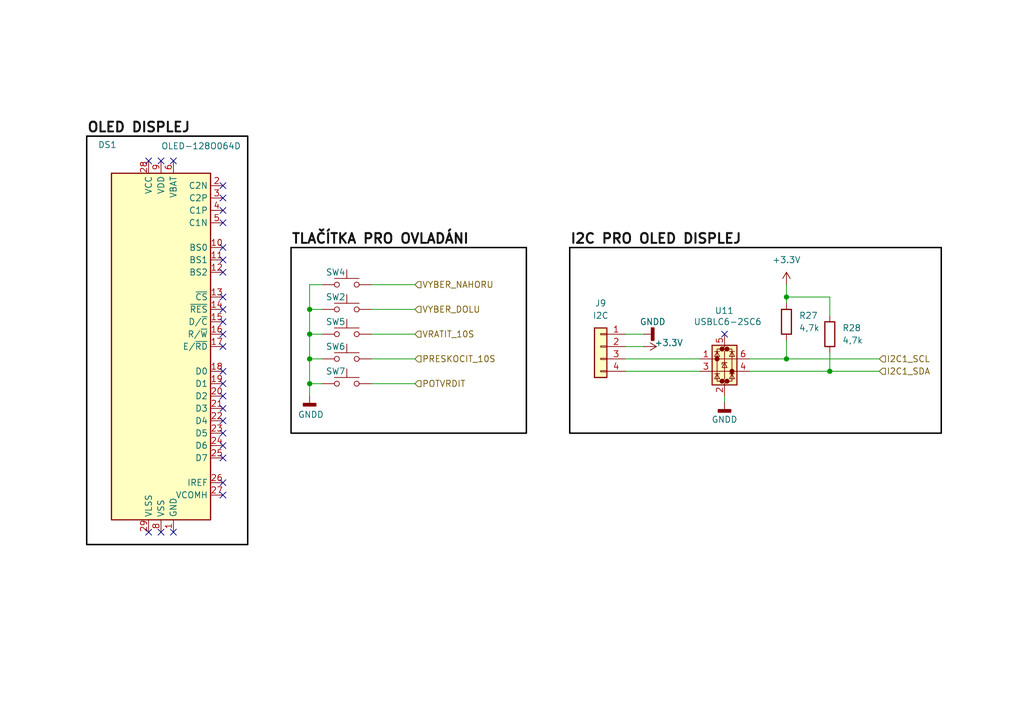
<source format=kicad_sch>
(kicad_sch
	(version 20250114)
	(generator "eeschema")
	(generator_version "9.0")
	(uuid "f7185de1-33d4-44de-8ad9-ef6855355da1")
	(paper "A5")
	(lib_symbols
		(symbol "Connector_Generic:Conn_01x04"
			(pin_names
				(offset 1.016)
				(hide yes)
			)
			(exclude_from_sim no)
			(in_bom yes)
			(on_board yes)
			(property "Reference" "J"
				(at 0 5.08 0)
				(effects
					(font
						(size 1.27 1.27)
					)
				)
			)
			(property "Value" "Conn_01x04"
				(at 0 -7.62 0)
				(effects
					(font
						(size 1.27 1.27)
					)
				)
			)
			(property "Footprint" ""
				(at 0 0 0)
				(effects
					(font
						(size 1.27 1.27)
					)
					(hide yes)
				)
			)
			(property "Datasheet" "~"
				(at 0 0 0)
				(effects
					(font
						(size 1.27 1.27)
					)
					(hide yes)
				)
			)
			(property "Description" "Generic connector, single row, 01x04, script generated (kicad-library-utils/schlib/autogen/connector/)"
				(at 0 0 0)
				(effects
					(font
						(size 1.27 1.27)
					)
					(hide yes)
				)
			)
			(property "ki_keywords" "connector"
				(at 0 0 0)
				(effects
					(font
						(size 1.27 1.27)
					)
					(hide yes)
				)
			)
			(property "ki_fp_filters" "Connector*:*_1x??_*"
				(at 0 0 0)
				(effects
					(font
						(size 1.27 1.27)
					)
					(hide yes)
				)
			)
			(symbol "Conn_01x04_1_1"
				(rectangle
					(start -1.27 3.81)
					(end 1.27 -6.35)
					(stroke
						(width 0.254)
						(type default)
					)
					(fill
						(type background)
					)
				)
				(rectangle
					(start -1.27 2.667)
					(end 0 2.413)
					(stroke
						(width 0.1524)
						(type default)
					)
					(fill
						(type none)
					)
				)
				(rectangle
					(start -1.27 0.127)
					(end 0 -0.127)
					(stroke
						(width 0.1524)
						(type default)
					)
					(fill
						(type none)
					)
				)
				(rectangle
					(start -1.27 -2.413)
					(end 0 -2.667)
					(stroke
						(width 0.1524)
						(type default)
					)
					(fill
						(type none)
					)
				)
				(rectangle
					(start -1.27 -4.953)
					(end 0 -5.207)
					(stroke
						(width 0.1524)
						(type default)
					)
					(fill
						(type none)
					)
				)
				(pin passive line
					(at -5.08 2.54 0)
					(length 3.81)
					(name "Pin_1"
						(effects
							(font
								(size 1.27 1.27)
							)
						)
					)
					(number "1"
						(effects
							(font
								(size 1.27 1.27)
							)
						)
					)
				)
				(pin passive line
					(at -5.08 0 0)
					(length 3.81)
					(name "Pin_2"
						(effects
							(font
								(size 1.27 1.27)
							)
						)
					)
					(number "2"
						(effects
							(font
								(size 1.27 1.27)
							)
						)
					)
				)
				(pin passive line
					(at -5.08 -2.54 0)
					(length 3.81)
					(name "Pin_3"
						(effects
							(font
								(size 1.27 1.27)
							)
						)
					)
					(number "3"
						(effects
							(font
								(size 1.27 1.27)
							)
						)
					)
				)
				(pin passive line
					(at -5.08 -5.08 0)
					(length 3.81)
					(name "Pin_4"
						(effects
							(font
								(size 1.27 1.27)
							)
						)
					)
					(number "4"
						(effects
							(font
								(size 1.27 1.27)
							)
						)
					)
				)
			)
			(embedded_fonts no)
		)
		(symbol "Device:R"
			(pin_numbers
				(hide yes)
			)
			(pin_names
				(offset 0)
			)
			(exclude_from_sim no)
			(in_bom yes)
			(on_board yes)
			(property "Reference" "R"
				(at 2.032 0 90)
				(effects
					(font
						(size 1.27 1.27)
					)
				)
			)
			(property "Value" "R"
				(at 0 0 90)
				(effects
					(font
						(size 1.27 1.27)
					)
				)
			)
			(property "Footprint" ""
				(at -1.778 0 90)
				(effects
					(font
						(size 1.27 1.27)
					)
					(hide yes)
				)
			)
			(property "Datasheet" "~"
				(at 0 0 0)
				(effects
					(font
						(size 1.27 1.27)
					)
					(hide yes)
				)
			)
			(property "Description" "Resistor"
				(at 0 0 0)
				(effects
					(font
						(size 1.27 1.27)
					)
					(hide yes)
				)
			)
			(property "ki_keywords" "R res resistor"
				(at 0 0 0)
				(effects
					(font
						(size 1.27 1.27)
					)
					(hide yes)
				)
			)
			(property "ki_fp_filters" "R_*"
				(at 0 0 0)
				(effects
					(font
						(size 1.27 1.27)
					)
					(hide yes)
				)
			)
			(symbol "R_0_1"
				(rectangle
					(start -1.016 -2.54)
					(end 1.016 2.54)
					(stroke
						(width 0.254)
						(type default)
					)
					(fill
						(type none)
					)
				)
			)
			(symbol "R_1_1"
				(pin passive line
					(at 0 3.81 270)
					(length 1.27)
					(name "~"
						(effects
							(font
								(size 1.27 1.27)
							)
						)
					)
					(number "1"
						(effects
							(font
								(size 1.27 1.27)
							)
						)
					)
				)
				(pin passive line
					(at 0 -3.81 90)
					(length 1.27)
					(name "~"
						(effects
							(font
								(size 1.27 1.27)
							)
						)
					)
					(number "2"
						(effects
							(font
								(size 1.27 1.27)
							)
						)
					)
				)
			)
			(embedded_fonts no)
		)
		(symbol "Display_Graphic:OLED-128O064D"
			(exclude_from_sim no)
			(in_bom yes)
			(on_board yes)
			(property "Reference" "DS"
				(at -10.16 38.1 0)
				(effects
					(font
						(size 1.27 1.27)
					)
				)
			)
			(property "Value" "OLED-128O064D"
				(at 12.7 38.1 0)
				(effects
					(font
						(size 1.27 1.27)
					)
				)
			)
			(property "Footprint" "Display:OLED-128O064D"
				(at 0 0 0)
				(effects
					(font
						(size 1.27 1.27)
					)
					(hide yes)
				)
			)
			(property "Datasheet" "https://www.vishay.com/docs/37902/oled128o064dbpp3n00000.pdf"
				(at 0 20.32 0)
				(effects
					(font
						(size 1.27 1.27)
					)
					(hide yes)
				)
			)
			(property "Description" "OLED display 128x64"
				(at 0 0 0)
				(effects
					(font
						(size 1.27 1.27)
					)
					(hide yes)
				)
			)
			(property "ki_keywords" "display oled"
				(at 0 0 0)
				(effects
					(font
						(size 1.27 1.27)
					)
					(hide yes)
				)
			)
			(property "ki_fp_filters" "OLED?128O064D*"
				(at 0 0 0)
				(effects
					(font
						(size 1.27 1.27)
					)
					(hide yes)
				)
			)
			(symbol "OLED-128O064D_0_1"
				(rectangle
					(start -10.16 35.56)
					(end 10.16 -35.56)
					(stroke
						(width 0.254)
						(type default)
					)
					(fill
						(type background)
					)
				)
			)
			(symbol "OLED-128O064D_1_1"
				(pin passive line
					(at -12.7 33.02 0)
					(length 2.54)
					(name "C2N"
						(effects
							(font
								(size 1.27 1.27)
							)
						)
					)
					(number "2"
						(effects
							(font
								(size 1.27 1.27)
							)
						)
					)
				)
				(pin passive line
					(at -12.7 30.48 0)
					(length 2.54)
					(name "C2P"
						(effects
							(font
								(size 1.27 1.27)
							)
						)
					)
					(number "3"
						(effects
							(font
								(size 1.27 1.27)
							)
						)
					)
				)
				(pin passive line
					(at -12.7 27.94 0)
					(length 2.54)
					(name "C1P"
						(effects
							(font
								(size 1.27 1.27)
							)
						)
					)
					(number "4"
						(effects
							(font
								(size 1.27 1.27)
							)
						)
					)
				)
				(pin passive line
					(at -12.7 25.4 0)
					(length 2.54)
					(name "C1N"
						(effects
							(font
								(size 1.27 1.27)
							)
						)
					)
					(number "5"
						(effects
							(font
								(size 1.27 1.27)
							)
						)
					)
				)
				(pin input line
					(at -12.7 20.32 0)
					(length 2.54)
					(name "BS0"
						(effects
							(font
								(size 1.27 1.27)
							)
						)
					)
					(number "10"
						(effects
							(font
								(size 1.27 1.27)
							)
						)
					)
				)
				(pin input line
					(at -12.7 17.78 0)
					(length 2.54)
					(name "BS1"
						(effects
							(font
								(size 1.27 1.27)
							)
						)
					)
					(number "11"
						(effects
							(font
								(size 1.27 1.27)
							)
						)
					)
				)
				(pin input line
					(at -12.7 15.24 0)
					(length 2.54)
					(name "BS2"
						(effects
							(font
								(size 1.27 1.27)
							)
						)
					)
					(number "12"
						(effects
							(font
								(size 1.27 1.27)
							)
						)
					)
				)
				(pin input line
					(at -12.7 10.16 0)
					(length 2.54)
					(name "~{CS}"
						(effects
							(font
								(size 1.27 1.27)
							)
						)
					)
					(number "13"
						(effects
							(font
								(size 1.27 1.27)
							)
						)
					)
				)
				(pin input line
					(at -12.7 7.62 0)
					(length 2.54)
					(name "~{RES}"
						(effects
							(font
								(size 1.27 1.27)
							)
						)
					)
					(number "14"
						(effects
							(font
								(size 1.27 1.27)
							)
						)
					)
				)
				(pin input line
					(at -12.7 5.08 0)
					(length 2.54)
					(name "D/~{C}"
						(effects
							(font
								(size 1.27 1.27)
							)
						)
					)
					(number "15"
						(effects
							(font
								(size 1.27 1.27)
							)
						)
					)
				)
				(pin input line
					(at -12.7 2.54 0)
					(length 2.54)
					(name "R/~{W}"
						(effects
							(font
								(size 1.27 1.27)
							)
						)
					)
					(number "16"
						(effects
							(font
								(size 1.27 1.27)
							)
						)
					)
				)
				(pin input line
					(at -12.7 0 0)
					(length 2.54)
					(name "E/~{RD}"
						(effects
							(font
								(size 1.27 1.27)
							)
						)
					)
					(number "17"
						(effects
							(font
								(size 1.27 1.27)
							)
						)
					)
				)
				(pin bidirectional line
					(at -12.7 -5.08 0)
					(length 2.54)
					(name "D0"
						(effects
							(font
								(size 1.27 1.27)
							)
						)
					)
					(number "18"
						(effects
							(font
								(size 1.27 1.27)
							)
						)
					)
				)
				(pin bidirectional line
					(at -12.7 -7.62 0)
					(length 2.54)
					(name "D1"
						(effects
							(font
								(size 1.27 1.27)
							)
						)
					)
					(number "19"
						(effects
							(font
								(size 1.27 1.27)
							)
						)
					)
				)
				(pin bidirectional line
					(at -12.7 -10.16 0)
					(length 2.54)
					(name "D2"
						(effects
							(font
								(size 1.27 1.27)
							)
						)
					)
					(number "20"
						(effects
							(font
								(size 1.27 1.27)
							)
						)
					)
				)
				(pin bidirectional line
					(at -12.7 -12.7 0)
					(length 2.54)
					(name "D3"
						(effects
							(font
								(size 1.27 1.27)
							)
						)
					)
					(number "21"
						(effects
							(font
								(size 1.27 1.27)
							)
						)
					)
				)
				(pin bidirectional line
					(at -12.7 -15.24 0)
					(length 2.54)
					(name "D4"
						(effects
							(font
								(size 1.27 1.27)
							)
						)
					)
					(number "22"
						(effects
							(font
								(size 1.27 1.27)
							)
						)
					)
				)
				(pin bidirectional line
					(at -12.7 -17.78 0)
					(length 2.54)
					(name "D5"
						(effects
							(font
								(size 1.27 1.27)
							)
						)
					)
					(number "23"
						(effects
							(font
								(size 1.27 1.27)
							)
						)
					)
				)
				(pin bidirectional line
					(at -12.7 -20.32 0)
					(length 2.54)
					(name "D6"
						(effects
							(font
								(size 1.27 1.27)
							)
						)
					)
					(number "24"
						(effects
							(font
								(size 1.27 1.27)
							)
						)
					)
				)
				(pin bidirectional line
					(at -12.7 -22.86 0)
					(length 2.54)
					(name "D7"
						(effects
							(font
								(size 1.27 1.27)
							)
						)
					)
					(number "25"
						(effects
							(font
								(size 1.27 1.27)
							)
						)
					)
				)
				(pin passive line
					(at -12.7 -27.94 0)
					(length 2.54)
					(name "IREF"
						(effects
							(font
								(size 1.27 1.27)
							)
						)
					)
					(number "26"
						(effects
							(font
								(size 1.27 1.27)
							)
						)
					)
				)
				(pin passive line
					(at -12.7 -30.48 0)
					(length 2.54)
					(name "VCOMH"
						(effects
							(font
								(size 1.27 1.27)
							)
						)
					)
					(number "27"
						(effects
							(font
								(size 1.27 1.27)
							)
						)
					)
				)
				(pin power_in line
					(at -2.54 38.1 270)
					(length 2.54)
					(name "VBAT"
						(effects
							(font
								(size 1.27 1.27)
							)
						)
					)
					(number "6"
						(effects
							(font
								(size 1.27 1.27)
							)
						)
					)
				)
				(pin power_in line
					(at -2.54 -38.1 90)
					(length 2.54)
					(name "GND"
						(effects
							(font
								(size 1.27 1.27)
							)
						)
					)
					(number "1"
						(effects
							(font
								(size 1.27 1.27)
							)
						)
					)
				)
				(pin passive line
					(at -2.54 -38.1 90)
					(length 2.54)
					(hide yes)
					(name "GND"
						(effects
							(font
								(size 1.27 1.27)
							)
						)
					)
					(number "30"
						(effects
							(font
								(size 1.27 1.27)
							)
						)
					)
				)
				(pin power_in line
					(at 0 38.1 270)
					(length 2.54)
					(name "VDD"
						(effects
							(font
								(size 1.27 1.27)
							)
						)
					)
					(number "9"
						(effects
							(font
								(size 1.27 1.27)
							)
						)
					)
				)
				(pin power_in line
					(at 0 -38.1 90)
					(length 2.54)
					(name "VSS"
						(effects
							(font
								(size 1.27 1.27)
							)
						)
					)
					(number "8"
						(effects
							(font
								(size 1.27 1.27)
							)
						)
					)
				)
				(pin power_in line
					(at 2.54 38.1 270)
					(length 2.54)
					(name "VCC"
						(effects
							(font
								(size 1.27 1.27)
							)
						)
					)
					(number "28"
						(effects
							(font
								(size 1.27 1.27)
							)
						)
					)
				)
				(pin power_in line
					(at 2.54 -38.1 90)
					(length 2.54)
					(name "VLSS"
						(effects
							(font
								(size 1.27 1.27)
							)
						)
					)
					(number "29"
						(effects
							(font
								(size 1.27 1.27)
							)
						)
					)
				)
				(pin no_connect line
					(at 10.16 0 180)
					(length 2.54)
					(hide yes)
					(name "NC"
						(effects
							(font
								(size 1.27 1.27)
							)
						)
					)
					(number "7"
						(effects
							(font
								(size 1.27 1.27)
							)
						)
					)
				)
			)
			(embedded_fonts no)
		)
		(symbol "Power_Protection:USBLC6-2SC6"
			(pin_names
				(hide yes)
			)
			(exclude_from_sim no)
			(in_bom yes)
			(on_board yes)
			(property "Reference" "U"
				(at 0.635 5.715 0)
				(effects
					(font
						(size 1.27 1.27)
					)
					(justify left)
				)
			)
			(property "Value" "USBLC6-2SC6"
				(at 0.635 3.81 0)
				(effects
					(font
						(size 1.27 1.27)
					)
					(justify left)
				)
			)
			(property "Footprint" "Package_TO_SOT_SMD:SOT-23-6"
				(at 1.27 -6.35 0)
				(effects
					(font
						(size 1.27 1.27)
						(italic yes)
					)
					(justify left)
					(hide yes)
				)
			)
			(property "Datasheet" "https://www.st.com/resource/en/datasheet/usblc6-2.pdf"
				(at 1.27 -8.255 0)
				(effects
					(font
						(size 1.27 1.27)
					)
					(justify left)
					(hide yes)
				)
			)
			(property "Description" "Very low capacitance ESD protection diode, 2 data-line, SOT-23-6"
				(at 0 0 0)
				(effects
					(font
						(size 1.27 1.27)
					)
					(hide yes)
				)
			)
			(property "ki_keywords" "usb ethernet video"
				(at 0 0 0)
				(effects
					(font
						(size 1.27 1.27)
					)
					(hide yes)
				)
			)
			(property "ki_fp_filters" "SOT?23*"
				(at 0 0 0)
				(effects
					(font
						(size 1.27 1.27)
					)
					(hide yes)
				)
			)
			(symbol "USBLC6-2SC6_0_0"
				(circle
					(center -1.524 0)
					(radius 0.0001)
					(stroke
						(width 0.508)
						(type default)
					)
					(fill
						(type none)
					)
				)
				(circle
					(center -0.508 2.032)
					(radius 0.0001)
					(stroke
						(width 0.508)
						(type default)
					)
					(fill
						(type none)
					)
				)
				(circle
					(center -0.508 -4.572)
					(radius 0.0001)
					(stroke
						(width 0.508)
						(type default)
					)
					(fill
						(type none)
					)
				)
				(circle
					(center 0.508 2.032)
					(radius 0.0001)
					(stroke
						(width 0.508)
						(type default)
					)
					(fill
						(type none)
					)
				)
				(circle
					(center 0.508 -4.572)
					(radius 0.0001)
					(stroke
						(width 0.508)
						(type default)
					)
					(fill
						(type none)
					)
				)
				(circle
					(center 1.524 -2.54)
					(radius 0.0001)
					(stroke
						(width 0.508)
						(type default)
					)
					(fill
						(type none)
					)
				)
			)
			(symbol "USBLC6-2SC6_0_1"
				(polyline
					(pts
						(xy -2.54 0) (xy 2.54 0)
					)
					(stroke
						(width 0)
						(type default)
					)
					(fill
						(type none)
					)
				)
				(polyline
					(pts
						(xy -2.54 -2.54) (xy 2.54 -2.54)
					)
					(stroke
						(width 0)
						(type default)
					)
					(fill
						(type none)
					)
				)
				(polyline
					(pts
						(xy -2.032 0.508) (xy -1.016 0.508) (xy -1.524 1.524) (xy -2.032 0.508)
					)
					(stroke
						(width 0)
						(type default)
					)
					(fill
						(type none)
					)
				)
				(polyline
					(pts
						(xy -2.032 -3.048) (xy -1.016 -3.048)
					)
					(stroke
						(width 0)
						(type default)
					)
					(fill
						(type none)
					)
				)
				(polyline
					(pts
						(xy -1.016 1.524) (xy -2.032 1.524)
					)
					(stroke
						(width 0)
						(type default)
					)
					(fill
						(type none)
					)
				)
				(polyline
					(pts
						(xy -1.016 -4.064) (xy -2.032 -4.064) (xy -1.524 -3.048) (xy -1.016 -4.064)
					)
					(stroke
						(width 0)
						(type default)
					)
					(fill
						(type none)
					)
				)
				(polyline
					(pts
						(xy -0.508 -1.143) (xy -0.508 -0.762) (xy 0.508 -0.762)
					)
					(stroke
						(width 0)
						(type default)
					)
					(fill
						(type none)
					)
				)
				(polyline
					(pts
						(xy 0 2.54) (xy -0.508 2.032) (xy 0.508 2.032) (xy 0 1.524) (xy 0 -4.064) (xy -0.508 -4.572) (xy 0.508 -4.572)
						(xy 0 -5.08)
					)
					(stroke
						(width 0)
						(type default)
					)
					(fill
						(type none)
					)
				)
				(polyline
					(pts
						(xy 0.508 -1.778) (xy -0.508 -1.778) (xy 0 -0.762) (xy 0.508 -1.778)
					)
					(stroke
						(width 0)
						(type default)
					)
					(fill
						(type none)
					)
				)
				(polyline
					(pts
						(xy 1.016 1.524) (xy 2.032 1.524)
					)
					(stroke
						(width 0)
						(type default)
					)
					(fill
						(type none)
					)
				)
				(polyline
					(pts
						(xy 1.016 -3.048) (xy 2.032 -3.048)
					)
					(stroke
						(width 0)
						(type default)
					)
					(fill
						(type none)
					)
				)
				(polyline
					(pts
						(xy 2.032 0.508) (xy 1.016 0.508) (xy 1.524 1.524) (xy 2.032 0.508)
					)
					(stroke
						(width 0)
						(type default)
					)
					(fill
						(type none)
					)
				)
				(polyline
					(pts
						(xy 2.032 -4.064) (xy 1.016 -4.064) (xy 1.524 -3.048) (xy 2.032 -4.064)
					)
					(stroke
						(width 0)
						(type default)
					)
					(fill
						(type none)
					)
				)
			)
			(symbol "USBLC6-2SC6_1_1"
				(rectangle
					(start -2.54 2.794)
					(end 2.54 -5.334)
					(stroke
						(width 0.254)
						(type default)
					)
					(fill
						(type background)
					)
				)
				(polyline
					(pts
						(xy -0.508 2.032) (xy -1.524 2.032) (xy -1.524 -4.572) (xy -0.508 -4.572)
					)
					(stroke
						(width 0)
						(type default)
					)
					(fill
						(type none)
					)
				)
				(polyline
					(pts
						(xy 0.508 -4.572) (xy 1.524 -4.572) (xy 1.524 2.032) (xy 0.508 2.032)
					)
					(stroke
						(width 0)
						(type default)
					)
					(fill
						(type none)
					)
				)
				(pin passive line
					(at -5.08 0 0)
					(length 2.54)
					(name "I/O1"
						(effects
							(font
								(size 1.27 1.27)
							)
						)
					)
					(number "1"
						(effects
							(font
								(size 1.27 1.27)
							)
						)
					)
				)
				(pin passive line
					(at -5.08 -2.54 0)
					(length 2.54)
					(name "I/O2"
						(effects
							(font
								(size 1.27 1.27)
							)
						)
					)
					(number "3"
						(effects
							(font
								(size 1.27 1.27)
							)
						)
					)
				)
				(pin passive line
					(at 0 5.08 270)
					(length 2.54)
					(name "VBUS"
						(effects
							(font
								(size 1.27 1.27)
							)
						)
					)
					(number "5"
						(effects
							(font
								(size 1.27 1.27)
							)
						)
					)
				)
				(pin passive line
					(at 0 -7.62 90)
					(length 2.54)
					(name "GND"
						(effects
							(font
								(size 1.27 1.27)
							)
						)
					)
					(number "2"
						(effects
							(font
								(size 1.27 1.27)
							)
						)
					)
				)
				(pin passive line
					(at 5.08 0 180)
					(length 2.54)
					(name "I/O1"
						(effects
							(font
								(size 1.27 1.27)
							)
						)
					)
					(number "6"
						(effects
							(font
								(size 1.27 1.27)
							)
						)
					)
				)
				(pin passive line
					(at 5.08 -2.54 180)
					(length 2.54)
					(name "I/O2"
						(effects
							(font
								(size 1.27 1.27)
							)
						)
					)
					(number "4"
						(effects
							(font
								(size 1.27 1.27)
							)
						)
					)
				)
			)
			(embedded_fonts no)
		)
		(symbol "Switch:SW_Omron_B3FS"
			(pin_numbers
				(hide yes)
			)
			(pin_names
				(offset 1.016)
				(hide yes)
			)
			(exclude_from_sim no)
			(in_bom yes)
			(on_board yes)
			(property "Reference" "SW"
				(at 1.27 2.54 0)
				(effects
					(font
						(size 1.27 1.27)
					)
					(justify left)
				)
			)
			(property "Value" "SW_Omron_B3FS"
				(at 0 -1.524 0)
				(effects
					(font
						(size 1.27 1.27)
					)
				)
			)
			(property "Footprint" ""
				(at 0 5.08 0)
				(effects
					(font
						(size 1.27 1.27)
					)
					(hide yes)
				)
			)
			(property "Datasheet" "https://omronfs.omron.com/en_US/ecb/products/pdf/en-b3fs.pdf"
				(at 0 5.08 0)
				(effects
					(font
						(size 1.27 1.27)
					)
					(hide yes)
				)
			)
			(property "Description" "Omron B3FS 6x6mm single pole normally-open tactile switch"
				(at 0 0 0)
				(effects
					(font
						(size 1.27 1.27)
					)
					(hide yes)
				)
			)
			(property "ki_keywords" "switch normally-open pushbutton push-button"
				(at 0 0 0)
				(effects
					(font
						(size 1.27 1.27)
					)
					(hide yes)
				)
			)
			(property "ki_fp_filters" "SW*Omron*B3FS*"
				(at 0 0 0)
				(effects
					(font
						(size 1.27 1.27)
					)
					(hide yes)
				)
			)
			(symbol "SW_Omron_B3FS_0_1"
				(circle
					(center -2.032 0)
					(radius 0.508)
					(stroke
						(width 0)
						(type default)
					)
					(fill
						(type none)
					)
				)
				(polyline
					(pts
						(xy 0 1.27) (xy 0 3.048)
					)
					(stroke
						(width 0)
						(type default)
					)
					(fill
						(type none)
					)
				)
				(circle
					(center 2.032 0)
					(radius 0.508)
					(stroke
						(width 0)
						(type default)
					)
					(fill
						(type none)
					)
				)
				(polyline
					(pts
						(xy 2.54 1.27) (xy -2.54 1.27)
					)
					(stroke
						(width 0)
						(type default)
					)
					(fill
						(type none)
					)
				)
				(pin passive line
					(at -5.08 0 0)
					(length 2.54)
					(name "1"
						(effects
							(font
								(size 1.27 1.27)
							)
						)
					)
					(number "1"
						(effects
							(font
								(size 1.27 1.27)
							)
						)
					)
				)
				(pin passive line
					(at 5.08 0 180)
					(length 2.54)
					(name "2"
						(effects
							(font
								(size 1.27 1.27)
							)
						)
					)
					(number "2"
						(effects
							(font
								(size 1.27 1.27)
							)
						)
					)
				)
			)
			(embedded_fonts no)
		)
		(symbol "power:+3.3V"
			(power)
			(pin_numbers
				(hide yes)
			)
			(pin_names
				(offset 0)
				(hide yes)
			)
			(exclude_from_sim no)
			(in_bom yes)
			(on_board yes)
			(property "Reference" "#PWR"
				(at 0 -3.81 0)
				(effects
					(font
						(size 1.27 1.27)
					)
					(hide yes)
				)
			)
			(property "Value" "+3.3V"
				(at 0 3.556 0)
				(effects
					(font
						(size 1.27 1.27)
					)
				)
			)
			(property "Footprint" ""
				(at 0 0 0)
				(effects
					(font
						(size 1.27 1.27)
					)
					(hide yes)
				)
			)
			(property "Datasheet" ""
				(at 0 0 0)
				(effects
					(font
						(size 1.27 1.27)
					)
					(hide yes)
				)
			)
			(property "Description" "Power symbol creates a global label with name \"+3.3V\""
				(at 0 0 0)
				(effects
					(font
						(size 1.27 1.27)
					)
					(hide yes)
				)
			)
			(property "ki_keywords" "global power"
				(at 0 0 0)
				(effects
					(font
						(size 1.27 1.27)
					)
					(hide yes)
				)
			)
			(symbol "+3.3V_0_1"
				(polyline
					(pts
						(xy -0.762 1.27) (xy 0 2.54)
					)
					(stroke
						(width 0)
						(type default)
					)
					(fill
						(type none)
					)
				)
				(polyline
					(pts
						(xy 0 2.54) (xy 0.762 1.27)
					)
					(stroke
						(width 0)
						(type default)
					)
					(fill
						(type none)
					)
				)
				(polyline
					(pts
						(xy 0 0) (xy 0 2.54)
					)
					(stroke
						(width 0)
						(type default)
					)
					(fill
						(type none)
					)
				)
			)
			(symbol "+3.3V_1_1"
				(pin power_in line
					(at 0 0 90)
					(length 0)
					(name "~"
						(effects
							(font
								(size 1.27 1.27)
							)
						)
					)
					(number "1"
						(effects
							(font
								(size 1.27 1.27)
							)
						)
					)
				)
			)
			(embedded_fonts no)
		)
		(symbol "power:GNDD"
			(power)
			(pin_numbers
				(hide yes)
			)
			(pin_names
				(offset 0)
				(hide yes)
			)
			(exclude_from_sim no)
			(in_bom yes)
			(on_board yes)
			(property "Reference" "#PWR"
				(at 0 -6.35 0)
				(effects
					(font
						(size 1.27 1.27)
					)
					(hide yes)
				)
			)
			(property "Value" "GNDD"
				(at 0 -3.175 0)
				(effects
					(font
						(size 1.27 1.27)
					)
				)
			)
			(property "Footprint" ""
				(at 0 0 0)
				(effects
					(font
						(size 1.27 1.27)
					)
					(hide yes)
				)
			)
			(property "Datasheet" ""
				(at 0 0 0)
				(effects
					(font
						(size 1.27 1.27)
					)
					(hide yes)
				)
			)
			(property "Description" "Power symbol creates a global label with name \"GNDD\" , digital ground"
				(at 0 0 0)
				(effects
					(font
						(size 1.27 1.27)
					)
					(hide yes)
				)
			)
			(property "ki_keywords" "global power"
				(at 0 0 0)
				(effects
					(font
						(size 1.27 1.27)
					)
					(hide yes)
				)
			)
			(symbol "GNDD_0_1"
				(rectangle
					(start -1.27 -1.524)
					(end 1.27 -2.032)
					(stroke
						(width 0.254)
						(type default)
					)
					(fill
						(type outline)
					)
				)
				(polyline
					(pts
						(xy 0 0) (xy 0 -1.524)
					)
					(stroke
						(width 0)
						(type default)
					)
					(fill
						(type none)
					)
				)
			)
			(symbol "GNDD_1_1"
				(pin power_in line
					(at 0 0 270)
					(length 0)
					(name "~"
						(effects
							(font
								(size 1.27 1.27)
							)
						)
					)
					(number "1"
						(effects
							(font
								(size 1.27 1.27)
							)
						)
					)
				)
			)
			(embedded_fonts no)
		)
	)
	(junction
		(at 63.5 78.74)
		(diameter 0)
		(color 0 0 0 0)
		(uuid "1e0bff0e-e3bc-4066-80df-97bc868904da")
	)
	(junction
		(at 63.5 63.5)
		(diameter 0)
		(color 0 0 0 0)
		(uuid "62eb4294-3e29-4483-b80b-c691ee233862")
	)
	(junction
		(at 63.5 68.58)
		(diameter 0)
		(color 0 0 0 0)
		(uuid "9c5365d4-3234-42cb-a2bf-03bc853305d8")
	)
	(junction
		(at 161.29 73.66)
		(diameter 0)
		(color 0 0 0 0)
		(uuid "a2fad6aa-529e-44b9-ab3a-fd2800e0c252")
	)
	(junction
		(at 63.5 73.66)
		(diameter 0)
		(color 0 0 0 0)
		(uuid "af2ca5d3-b502-4f5c-b9e0-bae1bf5efb2a")
	)
	(junction
		(at 161.29 60.96)
		(diameter 0)
		(color 0 0 0 0)
		(uuid "b3ef060f-9451-4392-9f49-e05b1aa382b3")
	)
	(junction
		(at 170.18 76.2)
		(diameter 0)
		(color 0 0 0 0)
		(uuid "e018bf07-2060-439d-b6f9-7177bd60433b")
	)
	(no_connect
		(at 45.72 91.44)
		(uuid "037e5863-a62b-49a1-bfe4-8a0cc9b246b0")
	)
	(no_connect
		(at 45.72 101.6)
		(uuid "090c2b4a-4545-4d60-a6fc-12504270d746")
	)
	(no_connect
		(at 35.56 109.22)
		(uuid "0b6dc046-3395-4327-908e-e8864eaa2c15")
	)
	(no_connect
		(at 45.72 53.34)
		(uuid "1067bf39-b98c-479d-9797-25b5c3d4ce06")
	)
	(no_connect
		(at 45.72 99.06)
		(uuid "1c24e687-d1f7-4b46-a481-11af0bb328cb")
	)
	(no_connect
		(at 45.72 86.36)
		(uuid "20026661-689c-42d0-9d56-d389ccfcdb53")
	)
	(no_connect
		(at 45.72 88.9)
		(uuid "30854199-0077-45a8-873c-e854285201f8")
	)
	(no_connect
		(at 35.56 33.02)
		(uuid "3215f2f4-b317-4290-8f98-1afa33cbe24b")
	)
	(no_connect
		(at 45.72 81.28)
		(uuid "3339885d-35e8-4db4-8e54-9e9443b4632b")
	)
	(no_connect
		(at 33.02 33.02)
		(uuid "45779b19-2129-49e9-8952-37838d3ab1b4")
	)
	(no_connect
		(at 45.72 40.64)
		(uuid "51f3dda1-0336-443e-b103-fa0d036c2270")
	)
	(no_connect
		(at 45.72 71.12)
		(uuid "567ed83f-b344-4654-b86b-26578b1a8ae4")
	)
	(no_connect
		(at 45.72 38.1)
		(uuid "6ad3e3b0-a2e5-431f-9e8e-1ef4e7f98f9c")
	)
	(no_connect
		(at 45.72 60.96)
		(uuid "7c58634a-7fac-4977-9a25-5d2238e32253")
	)
	(no_connect
		(at 45.72 66.04)
		(uuid "93b004eb-33f2-491c-b53f-10f1c97b81fa")
	)
	(no_connect
		(at 45.72 93.98)
		(uuid "95531f60-a5ce-4cd3-8dd0-1de22fd1ae3b")
	)
	(no_connect
		(at 45.72 43.18)
		(uuid "9a6f20d1-46a3-4b3b-b9b7-e324a148f061")
	)
	(no_connect
		(at 45.72 76.2)
		(uuid "a03a5d72-f8e0-4de2-b4a0-62f7e7679736")
	)
	(no_connect
		(at 148.59 68.58)
		(uuid "ad5ad634-787f-4b69-87e3-93c65609f804")
	)
	(no_connect
		(at 45.72 68.58)
		(uuid "bd0477fd-77a8-4942-8fb8-58395eec13ad")
	)
	(no_connect
		(at 45.72 78.74)
		(uuid "bf32d367-b37f-491c-8e60-6ec58043c253")
	)
	(no_connect
		(at 33.02 109.22)
		(uuid "cd2539c3-aded-4dd2-829a-0941b34447ec")
	)
	(no_connect
		(at 30.48 33.02)
		(uuid "d384171a-1748-4cd0-8cf2-f5755376d6c9")
	)
	(no_connect
		(at 45.72 55.88)
		(uuid "d756cb8d-34d9-478c-8081-ca3d31b082fe")
	)
	(no_connect
		(at 30.48 109.22)
		(uuid "d821ee7c-60d3-4e1e-a9fa-f5d1f1e32328")
	)
	(no_connect
		(at 45.72 63.5)
		(uuid "dc352a2a-d88d-45cc-958d-77dbf54c9ae9")
	)
	(no_connect
		(at 45.72 50.8)
		(uuid "e6848ce1-bf23-47a0-993f-288b8c443e01")
	)
	(no_connect
		(at 45.72 45.72)
		(uuid "ed7d46ef-471f-4005-99bc-5588cb41b26d")
	)
	(no_connect
		(at 45.72 83.82)
		(uuid "f448ae58-1872-41ae-8d08-d91e022dd14c")
	)
	(wire
		(pts
			(xy 76.2 58.42) (xy 85.09 58.42)
		)
		(stroke
			(width 0)
			(type default)
		)
		(uuid "04befbe5-e17d-48c9-bac4-8fb01e35a66c")
	)
	(wire
		(pts
			(xy 148.59 81.28) (xy 148.59 82.55)
		)
		(stroke
			(width 0)
			(type default)
		)
		(uuid "1f3b16a2-27f7-41fb-be79-644e49b7736f")
	)
	(wire
		(pts
			(xy 170.18 72.39) (xy 170.18 76.2)
		)
		(stroke
			(width 0)
			(type default)
		)
		(uuid "27e38d81-79a7-4655-9598-c5d3bab876a7")
	)
	(wire
		(pts
			(xy 170.18 76.2) (xy 180.34 76.2)
		)
		(stroke
			(width 0)
			(type default)
		)
		(uuid "525410a4-a110-4770-8362-0b1cceb5bc1b")
	)
	(wire
		(pts
			(xy 63.5 78.74) (xy 66.04 78.74)
		)
		(stroke
			(width 0)
			(type default)
		)
		(uuid "58cb7a79-0dcc-47b6-a98d-c9790b169a9c")
	)
	(wire
		(pts
			(xy 76.2 73.66) (xy 85.09 73.66)
		)
		(stroke
			(width 0)
			(type default)
		)
		(uuid "59df5289-d540-4436-9103-5c06eca2b96e")
	)
	(wire
		(pts
			(xy 76.2 63.5) (xy 85.09 63.5)
		)
		(stroke
			(width 0)
			(type default)
		)
		(uuid "5aa738bf-5d13-4a55-99ce-e0a63bb62f68")
	)
	(wire
		(pts
			(xy 161.29 69.85) (xy 161.29 73.66)
		)
		(stroke
			(width 0)
			(type default)
		)
		(uuid "65a2a79f-0469-4a4e-84c5-65f7da75be70")
	)
	(wire
		(pts
			(xy 63.5 68.58) (xy 63.5 73.66)
		)
		(stroke
			(width 0)
			(type default)
		)
		(uuid "65d7191d-36c3-41a4-b1eb-eb056c0289c9")
	)
	(wire
		(pts
			(xy 63.5 63.5) (xy 66.04 63.5)
		)
		(stroke
			(width 0)
			(type default)
		)
		(uuid "7b6085ab-f11a-4d5f-bc7c-bd029f30b8ef")
	)
	(wire
		(pts
			(xy 128.27 68.58) (xy 132.08 68.58)
		)
		(stroke
			(width 0)
			(type default)
		)
		(uuid "7f0b1f60-c0a2-474d-912f-d28ecd8622d6")
	)
	(wire
		(pts
			(xy 161.29 58.42) (xy 161.29 60.96)
		)
		(stroke
			(width 0)
			(type default)
		)
		(uuid "81b05f41-72c5-4e39-b28a-ba9aa637f342")
	)
	(wire
		(pts
			(xy 63.5 63.5) (xy 63.5 68.58)
		)
		(stroke
			(width 0)
			(type default)
		)
		(uuid "8cbcf8a4-d0c9-4198-bcdb-8240874a08d6")
	)
	(wire
		(pts
			(xy 128.27 71.12) (xy 132.08 71.12)
		)
		(stroke
			(width 0)
			(type default)
		)
		(uuid "8e2255d8-03b0-42bb-811c-3579a27856b8")
	)
	(wire
		(pts
			(xy 161.29 60.96) (xy 170.18 60.96)
		)
		(stroke
			(width 0)
			(type default)
		)
		(uuid "9048a86b-358e-436c-a4f9-cc2bae7493c7")
	)
	(wire
		(pts
			(xy 153.67 73.66) (xy 161.29 73.66)
		)
		(stroke
			(width 0)
			(type default)
		)
		(uuid "907c113e-7aa6-459e-9a64-37bf4e527ca0")
	)
	(wire
		(pts
			(xy 161.29 73.66) (xy 180.34 73.66)
		)
		(stroke
			(width 0)
			(type default)
		)
		(uuid "90a1b3a1-6b02-4694-9987-8e25c6c0a276")
	)
	(wire
		(pts
			(xy 170.18 60.96) (xy 170.18 64.77)
		)
		(stroke
			(width 0)
			(type default)
		)
		(uuid "9442f04c-955e-40ca-a72c-fb4f291fcfd1")
	)
	(wire
		(pts
			(xy 161.29 60.96) (xy 161.29 62.23)
		)
		(stroke
			(width 0)
			(type default)
		)
		(uuid "ae3012ad-2490-4935-aff2-f9e564448651")
	)
	(wire
		(pts
			(xy 63.5 73.66) (xy 63.5 78.74)
		)
		(stroke
			(width 0)
			(type default)
		)
		(uuid "b996195d-8777-42c8-a999-37a652a9a41d")
	)
	(wire
		(pts
			(xy 63.5 58.42) (xy 63.5 63.5)
		)
		(stroke
			(width 0)
			(type default)
		)
		(uuid "c11d8d98-f450-4aa5-be97-7d4ab24d9dee")
	)
	(wire
		(pts
			(xy 63.5 78.74) (xy 63.5 81.28)
		)
		(stroke
			(width 0)
			(type default)
		)
		(uuid "c3f21ee5-50f8-4f71-9ca5-8e984b05c42a")
	)
	(wire
		(pts
			(xy 128.27 73.66) (xy 143.51 73.66)
		)
		(stroke
			(width 0)
			(type default)
		)
		(uuid "c8d2e3d0-26af-4cab-907f-c9987af67970")
	)
	(wire
		(pts
			(xy 63.5 58.42) (xy 66.04 58.42)
		)
		(stroke
			(width 0)
			(type default)
		)
		(uuid "ce499203-9d20-4316-af7a-6420ca24a62a")
	)
	(wire
		(pts
			(xy 63.5 68.58) (xy 66.04 68.58)
		)
		(stroke
			(width 0)
			(type default)
		)
		(uuid "d1cfe096-3714-4c48-bdd7-748f8225efba")
	)
	(wire
		(pts
			(xy 63.5 73.66) (xy 66.04 73.66)
		)
		(stroke
			(width 0)
			(type default)
		)
		(uuid "ddd08bec-01d9-492d-af47-bba9ed943beb")
	)
	(wire
		(pts
			(xy 128.27 76.2) (xy 143.51 76.2)
		)
		(stroke
			(width 0)
			(type default)
		)
		(uuid "e442587e-ac99-42cf-bc1e-c0eee5bd8ea1")
	)
	(wire
		(pts
			(xy 76.2 78.74) (xy 85.09 78.74)
		)
		(stroke
			(width 0)
			(type default)
		)
		(uuid "e8b2b133-3052-45b6-aa9c-49d77642c0d0")
	)
	(wire
		(pts
			(xy 153.67 76.2) (xy 170.18 76.2)
		)
		(stroke
			(width 0)
			(type default)
		)
		(uuid "e8fcc75d-876c-482c-a90e-ffeea9a19648")
	)
	(wire
		(pts
			(xy 76.2 68.58) (xy 85.09 68.58)
		)
		(stroke
			(width 0)
			(type default)
		)
		(uuid "ec2e0f81-b785-43af-a61b-33e920c0524d")
	)
	(label "OLED DISPLEJ"
		(at 17.78 27.94 0)
		(effects
			(font
				(size 2 2)
				(thickness 0.4)
				(bold yes)
			)
			(justify left bottom)
		)
		(uuid "80818620-d07e-4e27-abf0-ec47c0c803e6")
	)
	(label "TLAČÍTKA PRO OVLADÁNI"
		(at 59.69 50.8 0)
		(effects
			(font
				(size 2 2)
				(thickness 0.4)
				(bold yes)
			)
			(justify left bottom)
		)
		(uuid "da14a26a-1afc-47f5-89c4-a968a5f4512e")
	)
	(label "I2C PRO OLED DISPLEJ"
		(at 116.84 50.8 0)
		(effects
			(font
				(size 2 2)
				(thickness 0.4)
				(bold yes)
			)
			(justify left bottom)
		)
		(uuid "fd1c48c8-84fe-4c19-81f4-4fdf8a140aac")
	)
	(hierarchical_label "VRATIT_10S"
		(shape input)
		(at 85.09 68.58 0)
		(effects
			(font
				(size 1.27 1.27)
			)
			(justify left)
		)
		(uuid "710c8a1b-ac76-408b-bc0f-ffc60a14349e")
	)
	(hierarchical_label "POTVRDIT"
		(shape input)
		(at 85.09 78.74 0)
		(effects
			(font
				(size 1.27 1.27)
			)
			(justify left)
		)
		(uuid "718ad8ff-f547-4c42-993a-1f0b10cffea5")
	)
	(hierarchical_label "PRESKOCIT_10S"
		(shape input)
		(at 85.09 73.66 0)
		(effects
			(font
				(size 1.27 1.27)
			)
			(justify left)
		)
		(uuid "a14c6d37-bb0c-4be4-a6b9-6b8de7c11934")
	)
	(hierarchical_label "I2C1_SCL"
		(shape input)
		(at 180.34 73.66 0)
		(effects
			(font
				(size 1.27 1.27)
			)
			(justify left)
		)
		(uuid "c86d0234-baf2-49d4-a67d-634911a12d1b")
	)
	(hierarchical_label "I2C1_SDA"
		(shape input)
		(at 180.34 76.2 0)
		(effects
			(font
				(size 1.27 1.27)
			)
			(justify left)
		)
		(uuid "e3926d11-0540-497a-b267-4152b5ebc515")
	)
	(hierarchical_label "VYBER_NAHORU"
		(shape input)
		(at 85.09 58.42 0)
		(effects
			(font
				(size 1.27 1.27)
			)
			(justify left)
		)
		(uuid "edc7b583-2ed7-4d23-9527-92976b852565")
	)
	(hierarchical_label "VYBER_DOLU"
		(shape input)
		(at 85.09 63.5 0)
		(effects
			(font
				(size 1.27 1.27)
			)
			(justify left)
		)
		(uuid "f5f26a7b-86fd-43b6-acec-fe2534be60e7")
	)
	(rule_area
		(polyline
			(pts
				(xy 17.78 27.94) (xy 17.78 111.76) (xy 50.8 111.76) (xy 50.8 27.94)
			)
			(stroke
				(width 0.3)
				(type solid)
				(color 0 0 0 1)
			)
			(fill
				(type none)
			)
			(uuid 199829b5-a446-4b31-898d-f439eeaaacb9)
		)
	)
	(rule_area
		(polyline
			(pts
				(xy 59.69 50.8) (xy 59.69 88.9) (xy 107.95 88.9) (xy 107.95 50.8)
			)
			(stroke
				(width 0.3)
				(type solid)
				(color 0 0 0 1)
			)
			(fill
				(type none)
			)
			(uuid 9c2ecf22-db93-464f-a32b-d12dc3d8bd43)
		)
	)
	(rule_area
		(polyline
			(pts
				(xy 116.84 50.8) (xy 116.84 88.9) (xy 193.04 88.9) (xy 193.04 50.8)
			)
			(stroke
				(width 0.3)
				(type solid)
				(color 0 0 0 1)
			)
			(fill
				(type none)
			)
			(uuid c09c78f7-4903-4ee6-9303-566fd6345a33)
		)
	)
	(symbol
		(lib_id "Connector_Generic:Conn_01x04")
		(at 123.19 71.12 0)
		(mirror y)
		(unit 1)
		(exclude_from_sim no)
		(in_bom yes)
		(on_board yes)
		(dnp no)
		(uuid "0763a23a-b0e3-4f7b-b52d-342be7a55203")
		(property "Reference" "J9"
			(at 123.19 62.23 0)
			(effects
				(font
					(size 1.27 1.27)
				)
			)
		)
		(property "Value" "I2C"
			(at 123.19 64.77 0)
			(effects
				(font
					(size 1.27 1.27)
				)
			)
		)
		(property "Footprint" "Connector_Harwin:Harwin_M20-89004xx_1x04_P2.54mm_Horizontal"
			(at 123.19 71.12 0)
			(effects
				(font
					(size 1.27 1.27)
				)
				(hide yes)
			)
		)
		(property "Datasheet" "~"
			(at 123.19 71.12 0)
			(effects
				(font
					(size 1.27 1.27)
				)
				(hide yes)
			)
		)
		(property "Description" "Generic connector, single row, 01x04, script generated (kicad-library-utils/schlib/autogen/connector/)"
			(at 123.19 71.12 0)
			(effects
				(font
					(size 1.27 1.27)
				)
				(hide yes)
			)
		)
		(pin "3"
			(uuid "c0d6dde2-7959-4a6f-9a3c-0012fb8c36e1")
		)
		(pin "4"
			(uuid "45869ef2-cf52-4b63-8d34-6c00ff974028")
		)
		(pin "2"
			(uuid "a5bd9a28-05cc-42d3-9c2c-94ef7f7921c7")
		)
		(pin "1"
			(uuid "73b73eb4-1fc4-4dfb-868b-54434233f9d8")
		)
		(instances
			(project "SP"
				(path "/318a2fe5-3058-409c-8dc3-bfe2e6d8af4c/2329ad5d-4402-4fe0-8701-3f7ce588d70d"
					(reference "J9")
					(unit 1)
				)
			)
		)
	)
	(symbol
		(lib_id "power:GNDD")
		(at 63.5 81.28 0)
		(unit 1)
		(exclude_from_sim no)
		(in_bom yes)
		(on_board yes)
		(dnp no)
		(uuid "1a9fbad4-861c-4c3e-a609-8d974314963e")
		(property "Reference" "#PWR0132"
			(at 63.5 87.63 0)
			(effects
				(font
					(size 1.27 1.27)
				)
				(hide yes)
			)
		)
		(property "Value" "GNDD"
			(at 63.754 85.09 0)
			(effects
				(font
					(size 1.27 1.27)
				)
			)
		)
		(property "Footprint" ""
			(at 63.5 81.28 0)
			(effects
				(font
					(size 1.27 1.27)
				)
				(hide yes)
			)
		)
		(property "Datasheet" ""
			(at 63.5 81.28 0)
			(effects
				(font
					(size 1.27 1.27)
				)
				(hide yes)
			)
		)
		(property "Description" "Power symbol creates a global label with name \"GNDD\" , digital ground"
			(at 63.5 81.28 0)
			(effects
				(font
					(size 1.27 1.27)
				)
				(hide yes)
			)
		)
		(pin "1"
			(uuid "83504504-85b7-4e16-88de-0a0e05452827")
		)
		(instances
			(project "SP"
				(path "/318a2fe5-3058-409c-8dc3-bfe2e6d8af4c/2329ad5d-4402-4fe0-8701-3f7ce588d70d"
					(reference "#PWR0132")
					(unit 1)
				)
			)
		)
	)
	(symbol
		(lib_id "Switch:SW_Omron_B3FS")
		(at 71.12 63.5 0)
		(unit 1)
		(exclude_from_sim no)
		(in_bom yes)
		(on_board yes)
		(dnp no)
		(uuid "216fed7b-94be-4ee6-8e74-17c315ab4fae")
		(property "Reference" "SW2"
			(at 68.834 60.96 0)
			(effects
				(font
					(size 1.27 1.27)
				)
			)
		)
		(property "Value" "SW_Omron_B3FS"
			(at 83.566 61.468 0)
			(effects
				(font
					(size 1.27 1.27)
				)
				(hide yes)
			)
		)
		(property "Footprint" "Button_Switch_SMD:SW_SPST_Omron_B3FS-105xP"
			(at 71.12 58.42 0)
			(effects
				(font
					(size 1.27 1.27)
				)
				(hide yes)
			)
		)
		(property "Datasheet" "https://omronfs.omron.com/en_US/ecb/products/pdf/en-b3fs.pdf"
			(at 71.12 58.42 0)
			(effects
				(font
					(size 1.27 1.27)
				)
				(hide yes)
			)
		)
		(property "Description" "Omron B3FS 6x6mm single pole normally-open tactile switch"
			(at 71.12 63.5 0)
			(effects
				(font
					(size 1.27 1.27)
				)
				(hide yes)
			)
		)
		(property "LSCS" "C306879"
			(at 71.12 63.5 0)
			(effects
				(font
					(size 1.27 1.27)
				)
				(hide yes)
			)
		)
		(pin "2"
			(uuid "7294cb7e-254b-4217-8a20-378c25277083")
		)
		(pin "1"
			(uuid "973aa8e1-e427-4354-a197-c64452d68121")
		)
		(instances
			(project "SP"
				(path "/318a2fe5-3058-409c-8dc3-bfe2e6d8af4c/2329ad5d-4402-4fe0-8701-3f7ce588d70d"
					(reference "SW2")
					(unit 1)
				)
			)
		)
	)
	(symbol
		(lib_id "Display_Graphic:OLED-128O064D")
		(at 33.02 71.12 0)
		(mirror y)
		(unit 1)
		(exclude_from_sim no)
		(in_bom yes)
		(on_board yes)
		(dnp no)
		(uuid "36c8dff8-ced1-493d-bf4b-10ce9430bd96")
		(property "Reference" "DS1"
			(at 20.066 29.718 0)
			(effects
				(font
					(size 1.27 1.27)
				)
				(justify right)
			)
		)
		(property "Value" "OLED-128O064D"
			(at 33.02 29.972 0)
			(effects
				(font
					(size 1.27 1.27)
				)
				(justify right)
			)
		)
		(property "Footprint" "Display:OLED-128O064D"
			(at 33.02 71.12 0)
			(effects
				(font
					(size 1.27 1.27)
				)
				(hide yes)
			)
		)
		(property "Datasheet" "https://www.vishay.com/docs/37902/oled128o064dbpp3n00000.pdf"
			(at 33.02 50.8 0)
			(effects
				(font
					(size 1.27 1.27)
				)
				(hide yes)
			)
		)
		(property "Description" "OLED display 128x64"
			(at 33.02 71.12 0)
			(effects
				(font
					(size 1.27 1.27)
				)
				(hide yes)
			)
		)
		(property "LSCS" "C5248080"
			(at 33.02 71.12 0)
			(effects
				(font
					(size 1.27 1.27)
				)
				(hide yes)
			)
		)
		(pin "4"
			(uuid "0093bb49-f92d-4098-ba4c-6ae4e4d95b2b")
		)
		(pin "12"
			(uuid "21e9533c-6f92-4c7d-9ed8-4fdec7811d42")
		)
		(pin "2"
			(uuid "6e2ce34e-40ab-4af2-91da-c12a179eb4aa")
		)
		(pin "3"
			(uuid "f258e203-0c3f-4977-9174-ff1ff165b362")
		)
		(pin "5"
			(uuid "66fefce8-d337-48ec-8167-526101383331")
		)
		(pin "10"
			(uuid "03561b82-828f-4d85-89b1-7a1744e367ad")
		)
		(pin "11"
			(uuid "95f2c17b-60d2-4a49-b0fc-9026a9db6a16")
		)
		(pin "22"
			(uuid "fa2e0550-0c3d-453a-9f93-e0d57da6ad6f")
		)
		(pin "13"
			(uuid "2ba9be29-8168-470e-bfb0-c28d9cfff272")
		)
		(pin "6"
			(uuid "c801ca46-04b5-44ab-8549-ce81176e1140")
		)
		(pin "14"
			(uuid "81108c42-293e-4835-9683-c99c563172e1")
		)
		(pin "15"
			(uuid "ad1045f4-9757-4bc6-b5c2-52bbed62ec32")
		)
		(pin "21"
			(uuid "e2aa38f2-1bbc-4535-9a6a-b5d4619ecea1")
		)
		(pin "27"
			(uuid "92934a37-c5f0-44f1-a8b1-6731824ae04a")
		)
		(pin "17"
			(uuid "9af9610c-0110-4c69-bec8-712c0a0b8bda")
		)
		(pin "30"
			(uuid "cf168437-bd23-4a97-ad22-663567a67f5c")
		)
		(pin "9"
			(uuid "df5be3df-2ae6-4820-9139-071cbca507f3")
		)
		(pin "18"
			(uuid "5732c530-09c5-4156-a5f8-db5762cf609a")
		)
		(pin "20"
			(uuid "5751b5a4-ca8a-45ea-aa0e-6dc845304f9d")
		)
		(pin "19"
			(uuid "83daf49b-5e2d-45d5-be1e-c6a1cdf9770e")
		)
		(pin "8"
			(uuid "e7000257-7887-4c39-a34e-e1f09bac2611")
		)
		(pin "7"
			(uuid "388b811a-a57c-47bf-9909-c8156972d6a7")
		)
		(pin "23"
			(uuid "0aaa1390-dc9a-4695-8363-beec7cca2652")
		)
		(pin "24"
			(uuid "47ba5366-962f-40b6-9ed1-cd302a749b68")
		)
		(pin "16"
			(uuid "21ea0251-d043-465e-befd-52e117822cfa")
		)
		(pin "25"
			(uuid "578048c1-5761-45b5-bff9-a87a2c312da1")
		)
		(pin "1"
			(uuid "7f3ea3a9-791d-47cb-b4bd-a0c62803bd37")
		)
		(pin "28"
			(uuid "7eeb3777-c921-4215-b16c-3312bc68b613")
		)
		(pin "29"
			(uuid "d6924803-11d7-49f1-9cb8-c2b5c04ea7fe")
		)
		(pin "26"
			(uuid "426a72aa-a154-4e5d-9e50-b03691c984f8")
		)
		(instances
			(project ""
				(path "/318a2fe5-3058-409c-8dc3-bfe2e6d8af4c/2329ad5d-4402-4fe0-8701-3f7ce588d70d"
					(reference "DS1")
					(unit 1)
				)
			)
		)
	)
	(symbol
		(lib_id "power:+3.3V")
		(at 132.08 71.12 270)
		(mirror x)
		(unit 1)
		(exclude_from_sim no)
		(in_bom yes)
		(on_board yes)
		(dnp no)
		(uuid "3a694b23-e5ef-40ec-ad91-e2de7956191b")
		(property "Reference" "#PWR040"
			(at 128.27 71.12 0)
			(effects
				(font
					(size 1.27 1.27)
				)
				(hide yes)
			)
		)
		(property "Value" "+3.3V"
			(at 137.16 70.358 90)
			(effects
				(font
					(size 1.27 1.27)
				)
			)
		)
		(property "Footprint" ""
			(at 132.08 71.12 0)
			(effects
				(font
					(size 1.27 1.27)
				)
				(hide yes)
			)
		)
		(property "Datasheet" ""
			(at 132.08 71.12 0)
			(effects
				(font
					(size 1.27 1.27)
				)
				(hide yes)
			)
		)
		(property "Description" "Power symbol creates a global label with name \"+3.3V\""
			(at 132.08 71.12 0)
			(effects
				(font
					(size 1.27 1.27)
				)
				(hide yes)
			)
		)
		(pin "1"
			(uuid "bb4bf940-cba3-489a-a1df-e22b58f0357f")
		)
		(instances
			(project ""
				(path "/318a2fe5-3058-409c-8dc3-bfe2e6d8af4c/2329ad5d-4402-4fe0-8701-3f7ce588d70d"
					(reference "#PWR040")
					(unit 1)
				)
			)
		)
	)
	(symbol
		(lib_id "Switch:SW_Omron_B3FS")
		(at 71.12 78.74 0)
		(unit 1)
		(exclude_from_sim no)
		(in_bom yes)
		(on_board yes)
		(dnp no)
		(uuid "6fb6d0a3-141d-4778-a498-1e81f222464c")
		(property "Reference" "SW7"
			(at 68.834 76.2 0)
			(effects
				(font
					(size 1.27 1.27)
				)
			)
		)
		(property "Value" "SW_Omron_B3FS"
			(at 83.566 76.708 0)
			(effects
				(font
					(size 1.27 1.27)
				)
				(hide yes)
			)
		)
		(property "Footprint" "Button_Switch_SMD:SW_SPST_Omron_B3FS-105xP"
			(at 71.12 73.66 0)
			(effects
				(font
					(size 1.27 1.27)
				)
				(hide yes)
			)
		)
		(property "Datasheet" "https://omronfs.omron.com/en_US/ecb/products/pdf/en-b3fs.pdf"
			(at 71.12 73.66 0)
			(effects
				(font
					(size 1.27 1.27)
				)
				(hide yes)
			)
		)
		(property "Description" "Omron B3FS 6x6mm single pole normally-open tactile switch"
			(at 71.12 78.74 0)
			(effects
				(font
					(size 1.27 1.27)
				)
				(hide yes)
			)
		)
		(property "LSCS" "C306879"
			(at 71.12 78.74 0)
			(effects
				(font
					(size 1.27 1.27)
				)
				(hide yes)
			)
		)
		(pin "2"
			(uuid "cf793ce1-de70-4829-9c32-7d7430f637d3")
		)
		(pin "1"
			(uuid "c1198d5a-3f35-49d2-9bb8-75ccb0fc4df4")
		)
		(instances
			(project "SP"
				(path "/318a2fe5-3058-409c-8dc3-bfe2e6d8af4c/2329ad5d-4402-4fe0-8701-3f7ce588d70d"
					(reference "SW7")
					(unit 1)
				)
			)
		)
	)
	(symbol
		(lib_id "power:+3.3V")
		(at 161.29 58.42 0)
		(unit 1)
		(exclude_from_sim no)
		(in_bom yes)
		(on_board yes)
		(dnp no)
		(fields_autoplaced yes)
		(uuid "88117341-e5fc-4d5a-a129-eb35e6b34e41")
		(property "Reference" "#PWR087"
			(at 161.29 62.23 0)
			(effects
				(font
					(size 1.27 1.27)
				)
				(hide yes)
			)
		)
		(property "Value" "+3.3V"
			(at 161.29 53.34 0)
			(effects
				(font
					(size 1.27 1.27)
				)
			)
		)
		(property "Footprint" ""
			(at 161.29 58.42 0)
			(effects
				(font
					(size 1.27 1.27)
				)
				(hide yes)
			)
		)
		(property "Datasheet" ""
			(at 161.29 58.42 0)
			(effects
				(font
					(size 1.27 1.27)
				)
				(hide yes)
			)
		)
		(property "Description" "Power symbol creates a global label with name \"+3.3V\""
			(at 161.29 58.42 0)
			(effects
				(font
					(size 1.27 1.27)
				)
				(hide yes)
			)
		)
		(pin "1"
			(uuid "9d89c0a4-7c55-48e1-8172-9f717ed934a4")
		)
		(instances
			(project ""
				(path "/318a2fe5-3058-409c-8dc3-bfe2e6d8af4c/2329ad5d-4402-4fe0-8701-3f7ce588d70d"
					(reference "#PWR087")
					(unit 1)
				)
			)
		)
	)
	(symbol
		(lib_id "Device:R")
		(at 161.29 66.04 0)
		(mirror y)
		(unit 1)
		(exclude_from_sim no)
		(in_bom yes)
		(on_board yes)
		(dnp no)
		(fields_autoplaced yes)
		(uuid "89696129-b1aa-4adf-b6dd-095ce228e69c")
		(property "Reference" "R27"
			(at 163.83 64.7699 0)
			(effects
				(font
					(size 1.27 1.27)
				)
				(justify right)
			)
		)
		(property "Value" "4,7k"
			(at 163.83 67.3099 0)
			(effects
				(font
					(size 1.27 1.27)
				)
				(justify right)
			)
		)
		(property "Footprint" "Resistor_SMD:R_0603_1608Metric_Pad0.98x0.95mm_HandSolder"
			(at 163.068 66.04 90)
			(effects
				(font
					(size 1.27 1.27)
				)
				(hide yes)
			)
		)
		(property "Datasheet" "~"
			(at 161.29 66.04 0)
			(effects
				(font
					(size 1.27 1.27)
				)
				(hide yes)
			)
		)
		(property "Description" "Resistor"
			(at 161.29 66.04 0)
			(effects
				(font
					(size 1.27 1.27)
				)
				(hide yes)
			)
		)
		(property "LSCS" "C2907166"
			(at 161.29 66.04 0)
			(effects
				(font
					(size 1.27 1.27)
				)
				(hide yes)
			)
		)
		(pin "1"
			(uuid "56683937-f534-4b4b-9ab0-c81da47453dd")
		)
		(pin "2"
			(uuid "9559cfc5-2f04-4e12-84b4-890b97bdf189")
		)
		(instances
			(project ""
				(path "/318a2fe5-3058-409c-8dc3-bfe2e6d8af4c/2329ad5d-4402-4fe0-8701-3f7ce588d70d"
					(reference "R27")
					(unit 1)
				)
			)
		)
	)
	(symbol
		(lib_id "Switch:SW_Omron_B3FS")
		(at 71.12 68.58 0)
		(unit 1)
		(exclude_from_sim no)
		(in_bom yes)
		(on_board yes)
		(dnp no)
		(uuid "8e80ca2d-da14-4a5a-8a8f-aa2defd34f22")
		(property "Reference" "SW5"
			(at 68.834 66.04 0)
			(effects
				(font
					(size 1.27 1.27)
				)
			)
		)
		(property "Value" "SW_Omron_B3FS"
			(at 83.566 66.548 0)
			(effects
				(font
					(size 1.27 1.27)
				)
				(hide yes)
			)
		)
		(property "Footprint" "Button_Switch_SMD:SW_SPST_Omron_B3FS-105xP"
			(at 71.12 63.5 0)
			(effects
				(font
					(size 1.27 1.27)
				)
				(hide yes)
			)
		)
		(property "Datasheet" "https://omronfs.omron.com/en_US/ecb/products/pdf/en-b3fs.pdf"
			(at 71.12 63.5 0)
			(effects
				(font
					(size 1.27 1.27)
				)
				(hide yes)
			)
		)
		(property "Description" "Omron B3FS 6x6mm single pole normally-open tactile switch"
			(at 71.12 68.58 0)
			(effects
				(font
					(size 1.27 1.27)
				)
				(hide yes)
			)
		)
		(property "LSCS" "C306879"
			(at 71.12 68.58 0)
			(effects
				(font
					(size 1.27 1.27)
				)
				(hide yes)
			)
		)
		(pin "2"
			(uuid "32d84128-4a84-4356-9f42-5f908285c074")
		)
		(pin "1"
			(uuid "e146c2b8-e653-47f2-959f-422f3cdc0ad9")
		)
		(instances
			(project "SP"
				(path "/318a2fe5-3058-409c-8dc3-bfe2e6d8af4c/2329ad5d-4402-4fe0-8701-3f7ce588d70d"
					(reference "SW5")
					(unit 1)
				)
			)
		)
	)
	(symbol
		(lib_id "Power_Protection:USBLC6-2SC6")
		(at 148.59 73.66 0)
		(unit 1)
		(exclude_from_sim no)
		(in_bom yes)
		(on_board yes)
		(dnp no)
		(uuid "90bff6a5-f3df-4f55-824a-ccf54c70cedb")
		(property "Reference" "U11"
			(at 146.558 63.754 0)
			(effects
				(font
					(size 1.27 1.27)
				)
				(justify left)
			)
		)
		(property "Value" "USBLC6-2SC6"
			(at 142.24 66.04 0)
			(effects
				(font
					(size 1.27 1.27)
				)
				(justify left)
			)
		)
		(property "Footprint" "Package_TO_SOT_SMD:SOT-23-6"
			(at 149.86 80.01 0)
			(effects
				(font
					(size 1.27 1.27)
					(italic yes)
				)
				(justify left)
				(hide yes)
			)
		)
		(property "Datasheet" "https://www.st.com/resource/en/datasheet/usblc6-2.pdf"
			(at 149.86 81.915 0)
			(effects
				(font
					(size 1.27 1.27)
				)
				(justify left)
				(hide yes)
			)
		)
		(property "Description" "Very low capacitance ESD protection diode, 2 data-line, SOT-23-6"
			(at 148.59 73.66 0)
			(effects
				(font
					(size 1.27 1.27)
				)
				(hide yes)
			)
		)
		(property "Mouser" "511-USBLC6-2SC6"
			(at 148.59 73.66 0)
			(effects
				(font
					(size 1.27 1.27)
				)
				(hide yes)
			)
		)
		(pin "2"
			(uuid "d213914a-2efd-40af-9b55-160978facb13")
		)
		(pin "6"
			(uuid "f64090c6-1f98-4d25-926e-7610eb7ee439")
		)
		(pin "3"
			(uuid "dc1ab448-8f41-4120-8988-c60c3c649bc2")
		)
		(pin "1"
			(uuid "e72b9a55-8202-47cf-8216-5dbc2586fa11")
		)
		(pin "4"
			(uuid "c5539318-047f-414b-a32d-83436075a875")
		)
		(pin "5"
			(uuid "4a7e5f2b-cefd-496f-8f75-d60af75ec1aa")
		)
		(instances
			(project ""
				(path "/318a2fe5-3058-409c-8dc3-bfe2e6d8af4c/2329ad5d-4402-4fe0-8701-3f7ce588d70d"
					(reference "U11")
					(unit 1)
				)
			)
		)
	)
	(symbol
		(lib_id "power:GNDD")
		(at 148.59 82.55 0)
		(mirror y)
		(unit 1)
		(exclude_from_sim no)
		(in_bom yes)
		(on_board yes)
		(dnp no)
		(uuid "94bb5f32-c89b-431d-bb63-c69b757897c5")
		(property "Reference" "#PWR086"
			(at 148.59 88.9 0)
			(effects
				(font
					(size 1.27 1.27)
				)
				(hide yes)
			)
		)
		(property "Value" "GNDD"
			(at 148.59 86.106 0)
			(effects
				(font
					(size 1.27 1.27)
				)
			)
		)
		(property "Footprint" ""
			(at 148.59 82.55 0)
			(effects
				(font
					(size 1.27 1.27)
				)
				(hide yes)
			)
		)
		(property "Datasheet" ""
			(at 148.59 82.55 0)
			(effects
				(font
					(size 1.27 1.27)
				)
				(hide yes)
			)
		)
		(property "Description" "Power symbol creates a global label with name \"GNDD\" , digital ground"
			(at 148.59 82.55 0)
			(effects
				(font
					(size 1.27 1.27)
				)
				(hide yes)
			)
		)
		(pin "1"
			(uuid "b464bf39-047f-4568-9bd2-897515eb39a6")
		)
		(instances
			(project "SP"
				(path "/318a2fe5-3058-409c-8dc3-bfe2e6d8af4c/2329ad5d-4402-4fe0-8701-3f7ce588d70d"
					(reference "#PWR086")
					(unit 1)
				)
			)
		)
	)
	(symbol
		(lib_id "power:GNDD")
		(at 132.08 68.58 90)
		(mirror x)
		(unit 1)
		(exclude_from_sim no)
		(in_bom yes)
		(on_board yes)
		(dnp no)
		(uuid "97720e0a-4833-4f1a-8348-306b8f1b4089")
		(property "Reference" "#PWR041"
			(at 138.43 68.58 0)
			(effects
				(font
					(size 1.27 1.27)
				)
				(hide yes)
			)
		)
		(property "Value" "GNDD"
			(at 133.858 66.04 90)
			(effects
				(font
					(size 1.27 1.27)
				)
			)
		)
		(property "Footprint" ""
			(at 132.08 68.58 0)
			(effects
				(font
					(size 1.27 1.27)
				)
				(hide yes)
			)
		)
		(property "Datasheet" ""
			(at 132.08 68.58 0)
			(effects
				(font
					(size 1.27 1.27)
				)
				(hide yes)
			)
		)
		(property "Description" "Power symbol creates a global label with name \"GNDD\" , digital ground"
			(at 132.08 68.58 0)
			(effects
				(font
					(size 1.27 1.27)
				)
				(hide yes)
			)
		)
		(pin "1"
			(uuid "08d55e2f-83ea-4484-86f2-41deffd77ccf")
		)
		(instances
			(project "SP"
				(path "/318a2fe5-3058-409c-8dc3-bfe2e6d8af4c/2329ad5d-4402-4fe0-8701-3f7ce588d70d"
					(reference "#PWR041")
					(unit 1)
				)
			)
		)
	)
	(symbol
		(lib_id "Device:R")
		(at 170.18 68.58 0)
		(mirror y)
		(unit 1)
		(exclude_from_sim no)
		(in_bom yes)
		(on_board yes)
		(dnp no)
		(fields_autoplaced yes)
		(uuid "c9e433e3-c948-48c0-b17a-98086afec9b7")
		(property "Reference" "R28"
			(at 172.72 67.3099 0)
			(effects
				(font
					(size 1.27 1.27)
				)
				(justify right)
			)
		)
		(property "Value" "4,7k"
			(at 172.72 69.8499 0)
			(effects
				(font
					(size 1.27 1.27)
				)
				(justify right)
			)
		)
		(property "Footprint" "Resistor_SMD:R_0603_1608Metric_Pad0.98x0.95mm_HandSolder"
			(at 171.958 68.58 90)
			(effects
				(font
					(size 1.27 1.27)
				)
				(hide yes)
			)
		)
		(property "Datasheet" "~"
			(at 170.18 68.58 0)
			(effects
				(font
					(size 1.27 1.27)
				)
				(hide yes)
			)
		)
		(property "Description" "Resistor"
			(at 170.18 68.58 0)
			(effects
				(font
					(size 1.27 1.27)
				)
				(hide yes)
			)
		)
		(property "LSCS" "C2907166"
			(at 170.18 68.58 0)
			(effects
				(font
					(size 1.27 1.27)
				)
				(hide yes)
			)
		)
		(pin "1"
			(uuid "68156edd-dada-4203-838e-d7ca2cd8c234")
		)
		(pin "2"
			(uuid "b76e8be0-ef75-4e46-8e39-e5ecd217d9a1")
		)
		(instances
			(project "SP"
				(path "/318a2fe5-3058-409c-8dc3-bfe2e6d8af4c/2329ad5d-4402-4fe0-8701-3f7ce588d70d"
					(reference "R28")
					(unit 1)
				)
			)
		)
	)
	(symbol
		(lib_id "Switch:SW_Omron_B3FS")
		(at 71.12 73.66 0)
		(unit 1)
		(exclude_from_sim no)
		(in_bom yes)
		(on_board yes)
		(dnp no)
		(uuid "d9c4f304-c33f-44b5-8671-773b3b253823")
		(property "Reference" "SW6"
			(at 68.834 71.12 0)
			(effects
				(font
					(size 1.27 1.27)
				)
			)
		)
		(property "Value" "SW_Omron_B3FS"
			(at 83.566 71.628 0)
			(effects
				(font
					(size 1.27 1.27)
				)
				(hide yes)
			)
		)
		(property "Footprint" "Button_Switch_SMD:SW_SPST_Omron_B3FS-105xP"
			(at 71.12 68.58 0)
			(effects
				(font
					(size 1.27 1.27)
				)
				(hide yes)
			)
		)
		(property "Datasheet" "https://omronfs.omron.com/en_US/ecb/products/pdf/en-b3fs.pdf"
			(at 71.12 68.58 0)
			(effects
				(font
					(size 1.27 1.27)
				)
				(hide yes)
			)
		)
		(property "Description" "Omron B3FS 6x6mm single pole normally-open tactile switch"
			(at 71.12 73.66 0)
			(effects
				(font
					(size 1.27 1.27)
				)
				(hide yes)
			)
		)
		(property "LSCS" "C306879"
			(at 71.12 73.66 0)
			(effects
				(font
					(size 1.27 1.27)
				)
				(hide yes)
			)
		)
		(pin "2"
			(uuid "1d30d1ce-b2fa-4782-83b5-0a22cb70596f")
		)
		(pin "1"
			(uuid "2ae41a67-00a3-4797-a366-b129b2d7e4d0")
		)
		(instances
			(project "SP"
				(path "/318a2fe5-3058-409c-8dc3-bfe2e6d8af4c/2329ad5d-4402-4fe0-8701-3f7ce588d70d"
					(reference "SW6")
					(unit 1)
				)
			)
		)
	)
	(symbol
		(lib_id "Switch:SW_Omron_B3FS")
		(at 71.12 58.42 0)
		(unit 1)
		(exclude_from_sim no)
		(in_bom yes)
		(on_board yes)
		(dnp no)
		(uuid "da7724fc-03b9-4528-8a69-b9b04489c157")
		(property "Reference" "SW4"
			(at 68.834 55.88 0)
			(effects
				(font
					(size 1.27 1.27)
				)
			)
		)
		(property "Value" "SW_Omron_B3FS"
			(at 83.566 56.388 0)
			(effects
				(font
					(size 1.27 1.27)
				)
				(hide yes)
			)
		)
		(property "Footprint" "Button_Switch_SMD:SW_SPST_Omron_B3FS-105xP"
			(at 71.12 53.34 0)
			(effects
				(font
					(size 1.27 1.27)
				)
				(hide yes)
			)
		)
		(property "Datasheet" "https://omronfs.omron.com/en_US/ecb/products/pdf/en-b3fs.pdf"
			(at 71.12 53.34 0)
			(effects
				(font
					(size 1.27 1.27)
				)
				(hide yes)
			)
		)
		(property "Description" "Omron B3FS 6x6mm single pole normally-open tactile switch"
			(at 71.12 58.42 0)
			(effects
				(font
					(size 1.27 1.27)
				)
				(hide yes)
			)
		)
		(property "LSCS" "C306879"
			(at 71.12 58.42 0)
			(effects
				(font
					(size 1.27 1.27)
				)
				(hide yes)
			)
		)
		(pin "2"
			(uuid "98861a33-1a1c-404a-9660-0803066e92d6")
		)
		(pin "1"
			(uuid "9b522953-2a31-44ed-a63f-d7eb4aa92928")
		)
		(instances
			(project ""
				(path "/318a2fe5-3058-409c-8dc3-bfe2e6d8af4c/2329ad5d-4402-4fe0-8701-3f7ce588d70d"
					(reference "SW4")
					(unit 1)
				)
			)
		)
	)
)

</source>
